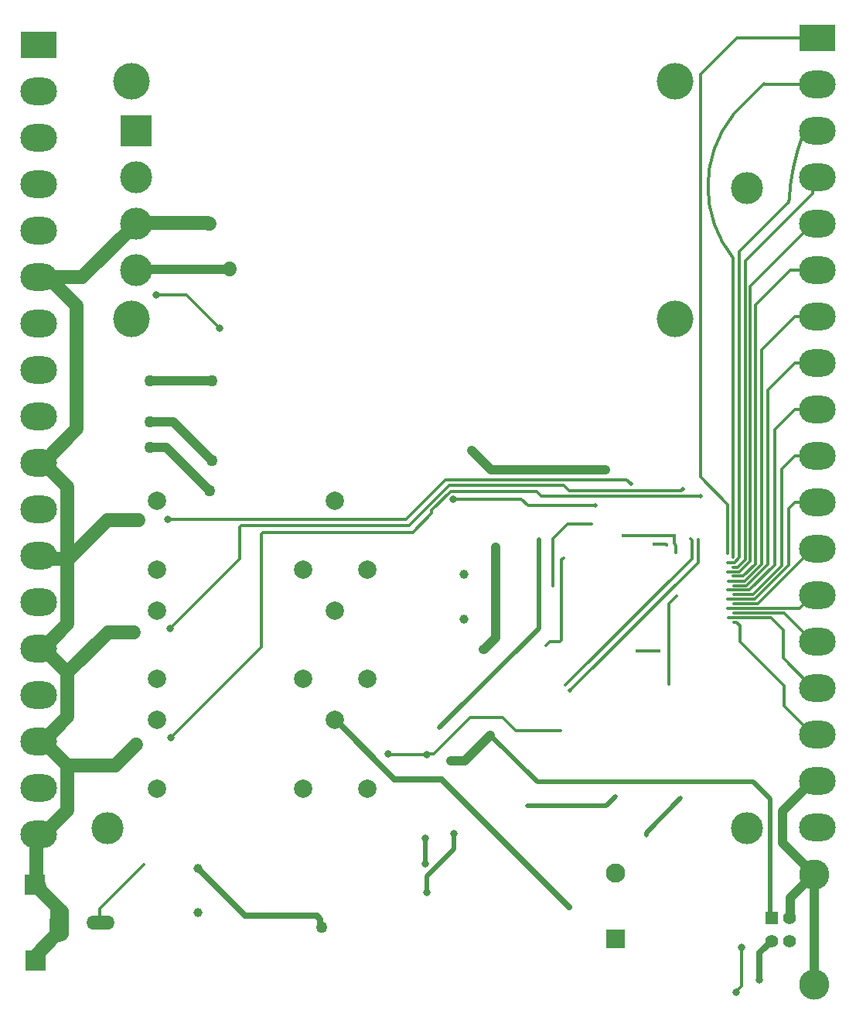
<source format=gbl>
G04*
G04 #@! TF.GenerationSoftware,Altium Limited,Altium Designer,22.9.1 (49)*
G04*
G04 Layer_Physical_Order=2*
G04 Layer_Color=16711680*
%FSLAX44Y44*%
%MOMM*%
G71*
G04*
G04 #@! TF.SameCoordinates,3AF70149-3D4E-492E-B143-9ECFE05FD8F5*
G04*
G04*
G04 #@! TF.FilePolarity,Positive*
G04*
G01*
G75*
%ADD15C,0.5000*%
%ADD30C,3.5000*%
%ADD63C,0.3000*%
%ADD65C,1.0000*%
%ADD66C,0.7000*%
%ADD69C,1.5000*%
%ADD72R,2.2000X2.2000*%
%ADD73O,3.1000X1.5500*%
%ADD74O,2.1000X4.2000*%
%ADD75C,3.3160*%
%ADD76C,1.4080*%
%ADD77R,1.4080X1.4080*%
%ADD78R,3.5000X3.5000*%
%ADD79C,4.0000*%
%ADD80C,1.0070*%
%ADD81O,4.0000X3.0000*%
%ADD82R,4.0000X3.0000*%
%ADD83R,2.1000X2.1000*%
%ADD84C,2.1000*%
%ADD85C,2.0000*%
%ADD86C,0.3000*%
%ADD87C,0.4000*%
%ADD88C,0.8000*%
%ADD89C,0.5000*%
%ADD90C,1.2700*%
D15*
X807000Y239000D02*
X824000Y222000D01*
Y93524D02*
X825768Y91756D01*
X824000Y93524D02*
Y222000D01*
X774268Y240506D02*
X805494D01*
X569018D02*
X774268D01*
X805494D02*
X807000Y239000D01*
X518018Y291506D02*
X569018Y240506D01*
X645018Y214256D02*
X655268Y224506D01*
X558268Y214256D02*
X645018D01*
X461768Y299756D02*
X570768Y408756D01*
Y505506D01*
X688768Y182256D02*
Y185256D01*
X726268Y222756D01*
X478268Y167037D02*
Y183756D01*
X448518Y119756D02*
Y137287D01*
X478268Y167037D01*
X446768Y151256D02*
Y178756D01*
D30*
X129768Y851656D02*
D03*
Y800856D02*
D03*
Y902456D02*
D03*
X799000Y890000D02*
D03*
X798906Y189614D02*
D03*
X99000Y190000D02*
D03*
D63*
X859768Y947492D02*
G03*
X845004Y877434I219570J-82856D01*
G01*
X859923Y947853D02*
G03*
X859768Y947492I4136J-1993D01*
G01*
X844855Y876657D02*
G03*
X845004Y877434I-2846J950D01*
G01*
X844850Y876643D02*
G03*
X843995Y873696I32285J-10960D01*
G01*
X783750Y970238D02*
G03*
X756057Y891894I96908J-78321D01*
G01*
D02*
G03*
X783750Y813643I124468J23D01*
G01*
X871946Y951883D02*
Y953006D01*
X859923Y947853D02*
X860350Y948280D01*
X859923Y947853D02*
X859923Y947853D01*
X845004Y877434D02*
X845004Y877434D01*
X844850Y876645D02*
X844855Y876657D01*
X844850Y876643D02*
X844850Y876645D01*
X790750Y820451D02*
X843995Y873696D01*
X871946Y953006D02*
X876018D01*
X860910Y948840D02*
X871946Y951883D01*
X860350Y948280D02*
X860910Y948840D01*
X790750Y486250D02*
Y820451D01*
X870463Y884463D02*
Y896651D01*
X796750Y483750D02*
Y810750D01*
X870463Y896651D02*
X876018Y902206D01*
X796750Y810750D02*
X870463Y884463D01*
X783750Y813643D02*
X783750Y812589D01*
Y970238D02*
X817768Y1004256D01*
X783750Y486750D02*
Y812589D01*
X748000Y574000D02*
X778018Y543982D01*
X748000Y1014488D02*
X788118Y1054606D01*
X748000Y574000D02*
Y1014488D01*
X778018Y490617D02*
Y543982D01*
X90268Y91756D02*
Y102268D01*
X138000Y150000D01*
X784750Y425500D02*
X784767Y425517D01*
X839707D01*
X875968Y394256D02*
X876018Y394206D01*
X784500Y435317D02*
X810530D01*
X874368Y294256D02*
X876018Y292606D01*
X784750Y415606D02*
X787180D01*
X784917Y480417D02*
X790750Y486250D01*
X777692Y480417D02*
X784917D01*
X784000Y475417D02*
X788417D01*
X796750Y483750D01*
X784000Y465617D02*
X794617D01*
X784250Y455400D02*
X798259D01*
X821750Y478891D01*
X801750Y450500D02*
X829500Y478250D01*
X805320Y445500D02*
X836750Y476930D01*
X778024Y450500D02*
X801750D01*
X778018Y450506D02*
X778024Y450500D01*
X784250Y445500D02*
X805320D01*
X810530Y435317D02*
X871018Y495806D01*
X807256Y440506D02*
X844500Y477750D01*
X777768Y440506D02*
X807256D01*
X779006Y420506D02*
X824994D01*
X778750Y420417D02*
X778917D01*
X779006Y420506D01*
X791268Y394232D02*
Y411518D01*
X787180Y415606D02*
X791268Y411518D01*
X790447Y470517D02*
X802350Y482420D01*
Y782738D01*
X777883Y470617D02*
X777983Y470517D01*
X794617Y465617D02*
X807750Y478750D01*
X777983Y470517D02*
X790447D01*
X777750Y470617D02*
X777883D01*
X738518Y485006D02*
Y504982D01*
X737000Y506500D02*
X738518Y504982D01*
X745250Y480488D02*
Y505417D01*
X605268Y340506D02*
X745250Y480488D01*
X814750Y713037D02*
X851518Y749806D01*
X814750Y478820D02*
Y713037D01*
X802350Y782738D02*
X871018Y851406D01*
X796230Y460300D02*
X814750Y478820D01*
X807750Y762000D02*
X846356Y800606D01*
X807750Y478750D02*
Y762000D01*
X846356Y800606D02*
X876018D01*
X448975Y271213D02*
X455963D01*
X448018Y270256D02*
X448975Y271213D01*
X496000Y311250D02*
X531250D01*
X455963Y271213D02*
X496000Y311250D01*
X531250D02*
X545750Y296750D01*
X594750D01*
X710729Y499750D02*
X711000D01*
X709855Y500625D02*
X710729Y499750D01*
X697771Y500625D02*
X709855D01*
X663518Y510006D02*
X663643Y509881D01*
X718893D02*
X719018Y509756D01*
X663643Y509881D02*
X718893D01*
X728227Y560756D02*
X728768D01*
X726721Y559250D02*
X728227Y560756D01*
X598393Y565006D02*
X604149Y559250D01*
X726721D01*
X574018Y553256D02*
X747715D01*
X453768Y538006D02*
X474268Y558506D01*
X568768D02*
X574018Y553256D01*
X747715D02*
X747952Y553019D01*
X474268Y558506D02*
X568768D01*
X792768Y17253D02*
Y59256D01*
X787250Y10750D02*
Y11734D01*
X792768Y17253D01*
X817768Y1004256D02*
X818218Y1003806D01*
X876018D01*
X839750Y323874D02*
X871018Y292606D01*
X876018D01*
X839750Y323874D02*
Y345750D01*
X791268Y394232D02*
X839750Y345750D01*
X871018Y343406D02*
X876018D01*
X838500Y375924D02*
X871018Y343406D01*
X838500Y375924D02*
Y407000D01*
X824994Y420506D02*
X838500Y407000D01*
X821750Y478891D02*
Y669238D01*
X851518Y699006D01*
X829500Y626188D02*
X851518Y648206D01*
X829500Y478250D02*
Y626188D01*
X836750Y582637D02*
X851518Y597406D01*
X836750Y476930D02*
Y582637D01*
X778941Y460300D02*
X796230D01*
X844500Y477750D02*
Y539588D01*
X851518Y546606D01*
X839707Y425517D02*
X871018Y394206D01*
X856430Y430417D02*
X871018Y445006D01*
X778000Y430417D02*
X856430D01*
X778735Y460506D02*
X778941Y460300D01*
X778268Y460506D02*
X778735D01*
X851518Y546606D02*
X876018D01*
X851518Y749806D02*
X876018D01*
X851518Y597406D02*
X876018D01*
X871018Y495806D02*
X876018D01*
X871018Y851406D02*
X876018D01*
X851518Y699006D02*
X876018D01*
X851518Y648206D02*
X876018D01*
X871018Y394206D02*
X876018D01*
X871018Y445006D02*
X876018D01*
X788118Y1054606D02*
X876018D01*
X875168Y344256D02*
X876018Y343406D01*
X875768Y445256D02*
X876018Y445006D01*
X152018Y773506D02*
X184768D01*
X221268Y737006D01*
X595768Y483506D02*
X597768Y485506D01*
X595768Y395763D02*
Y483506D01*
X594011Y394006D02*
X595768Y395763D01*
X583018Y394006D02*
X594011D01*
X579018Y390006D02*
X583018Y394006D01*
X586518Y507006D02*
X602518Y523006D01*
X628518D01*
X586518Y455256D02*
Y507006D01*
X721268Y491506D02*
Y499371D01*
X719018Y501621D02*
X721268Y499371D01*
X719018Y501621D02*
Y509756D01*
X713268Y435293D02*
X721687Y443712D01*
X713268Y347506D02*
Y435293D01*
X600268Y346756D02*
X738518Y485006D01*
X702143Y383631D02*
X702268Y383756D01*
X678893Y383631D02*
X702143D01*
X678768Y383506D02*
X678893Y383631D01*
X551893Y549881D02*
X559018Y542756D01*
X633268D01*
X453768Y534256D02*
Y538006D01*
X433268Y513756D02*
X453768Y534256D01*
X472518Y565006D02*
X598393D01*
X428518Y521006D02*
X472518Y565006D01*
X667018Y571256D02*
X671768Y566506D01*
X469018Y571256D02*
X667018D01*
X425768Y528006D02*
X469018Y571256D01*
X244776Y521006D02*
X428518D01*
X164768Y528006D02*
X425768D01*
X267268Y511999D02*
X269025Y513756D01*
X433268D01*
X267268Y387756D02*
Y511999D01*
X168268Y288756D02*
X267268Y387756D01*
X243018Y484506D02*
Y519249D01*
X244776Y521006D01*
X167018Y408506D02*
X243018Y484506D01*
X405768Y271006D02*
X406143Y270631D01*
X447643D01*
X448018Y270256D01*
X477643Y549881D02*
X551893D01*
X477268Y549506D02*
X477643Y549881D01*
D65*
X837768Y208556D02*
X871018Y241806D01*
X837768Y174256D02*
Y208556D01*
X871018Y241806D02*
X876018D01*
X846549Y113659D02*
X872768Y139878D01*
X837768Y174256D02*
X872457Y139567D01*
X872768Y139456D02*
Y139878D01*
X846549Y92178D02*
Y113659D01*
X872768Y19478D02*
Y139456D01*
X872457Y139567D02*
X872568Y139456D01*
X872768D01*
X474768Y263256D02*
X489768D01*
X518018Y291506D01*
X510268Y385256D02*
X511268D01*
X524018Y398006D01*
Y497506D01*
X497268Y603506D02*
X518518Y582256D01*
X644018D01*
X130268Y801706D02*
X232718D01*
X145785Y606239D02*
X163285D01*
X210268Y559256D01*
X145268Y606756D02*
X145785Y606239D01*
X145268Y634256D02*
X170268D01*
X212768Y591756D01*
X145268Y679256D02*
X212768D01*
D66*
X812768Y53756D02*
X825768Y66756D01*
X812768Y24256D02*
Y53756D01*
X347768Y308256D02*
X348268D01*
X413018Y243506D01*
X464518D01*
X604018Y104006D01*
X327768Y94256D02*
X331678Y90347D01*
Y82847D02*
X332768Y81756D01*
X331678Y82847D02*
Y90347D01*
X249668Y94256D02*
X327768D01*
X197768Y146156D02*
X249668Y94256D01*
D69*
X65000Y626488D02*
Y761636D01*
X33680Y792956D02*
X71068D01*
X23268D02*
X33680D01*
X65000Y761636D01*
X28268Y589756D02*
X65000Y626488D01*
X23268Y589756D02*
X28268D01*
X55000Y563024D01*
Y483142D02*
Y563024D01*
Y483142D02*
X98614Y526756D01*
X132768D01*
X27095Y484329D02*
X53813D01*
X55000Y483142D01*
Y413288D02*
Y483142D01*
X23268Y488156D02*
X27095Y484329D01*
X28268Y386556D02*
X55000Y413288D01*
Y359824D02*
X99432Y404256D01*
X127768D01*
X55000Y311688D02*
Y359824D01*
X23268Y386556D02*
X28268D01*
X55000Y359824D01*
X28268Y284956D02*
X55000Y311688D01*
X107486Y258974D02*
X130268Y281756D01*
X54250Y258974D02*
X107486D01*
X28268Y284956D02*
X54250Y258974D01*
X23268Y284956D02*
X28268D01*
X23268Y183356D02*
X28268D01*
X54250Y209338D01*
Y258974D01*
X20768Y180856D02*
X23268Y183356D01*
X18268Y132756D02*
X20768Y135256D01*
Y180856D01*
X24268Y123256D02*
X45268Y102256D01*
X18268Y132756D02*
X24268Y126756D01*
X45268Y91756D02*
Y102256D01*
X24268Y123256D02*
Y126756D01*
X43163Y89651D02*
X45268Y91756D01*
X19268Y49756D02*
X43163Y73651D01*
Y89651D01*
X71068Y792956D02*
X129768Y851656D01*
X209287Y851256D02*
X210018D01*
X208162Y852381D02*
X209287Y851256D01*
X130393Y852381D02*
X208162D01*
X232718Y801706D02*
X232768Y801756D01*
D72*
X19000Y128000D02*
D03*
X20000Y45000D02*
D03*
D73*
X91000Y87000D02*
D03*
D74*
X46000D02*
D03*
D75*
X872768Y139456D02*
D03*
Y19056D02*
D03*
D76*
X845768Y91756D02*
D03*
Y66756D02*
D03*
X825768D02*
D03*
D77*
Y91756D02*
D03*
D78*
X129768Y953256D02*
D03*
D79*
X719768Y747056D02*
D03*
Y1007056D02*
D03*
X124768D02*
D03*
Y747056D02*
D03*
D80*
X489268Y467656D02*
D03*
Y418856D02*
D03*
X197768Y97356D02*
D03*
Y146156D02*
D03*
D81*
X876018Y191006D02*
D03*
Y1003806D02*
D03*
Y851406D02*
D03*
Y902206D02*
D03*
Y953006D02*
D03*
Y800606D02*
D03*
Y445006D02*
D03*
Y699006D02*
D03*
Y648206D02*
D03*
Y394206D02*
D03*
Y241806D02*
D03*
Y597406D02*
D03*
Y343406D02*
D03*
Y546606D02*
D03*
Y749806D02*
D03*
Y292606D02*
D03*
Y495806D02*
D03*
X23268Y488156D02*
D03*
Y284956D02*
D03*
Y742156D02*
D03*
Y538956D02*
D03*
Y335756D02*
D03*
Y589756D02*
D03*
Y234156D02*
D03*
Y386556D02*
D03*
Y640556D02*
D03*
Y691356D02*
D03*
Y437356D02*
D03*
Y792956D02*
D03*
Y945356D02*
D03*
Y894556D02*
D03*
Y843756D02*
D03*
Y996156D02*
D03*
Y183356D02*
D03*
D82*
X876018Y1054606D02*
D03*
X23268Y1046956D02*
D03*
D83*
X655000Y69000D02*
D03*
D84*
Y141000D02*
D03*
D85*
X152768Y233256D02*
D03*
X347768Y308256D02*
D03*
X312768Y233256D02*
D03*
X382768D02*
D03*
X152768Y308256D02*
D03*
Y353256D02*
D03*
X347768Y428256D02*
D03*
X312768Y353256D02*
D03*
X382768D02*
D03*
X152768Y428256D02*
D03*
Y472756D02*
D03*
X347768Y547756D02*
D03*
X312768Y472756D02*
D03*
X382768D02*
D03*
X152768Y547756D02*
D03*
D86*
X860350Y948280D02*
D03*
X778018Y490617D02*
D03*
X766100Y240506D02*
D03*
X138000Y150000D02*
D03*
X783750Y486750D02*
D03*
X807000Y239000D02*
D03*
X784750Y425500D02*
D03*
X784500Y435317D02*
D03*
X784750Y415606D02*
D03*
X784000Y475417D02*
D03*
Y465617D02*
D03*
X784250Y455400D02*
D03*
Y445500D02*
D03*
X778750Y420417D02*
D03*
X737000Y506500D02*
D03*
X745250Y505417D02*
D03*
X594750Y296750D02*
D03*
X778000Y430417D02*
D03*
X777750Y470617D02*
D03*
X777692Y480417D02*
D03*
X604018Y104006D02*
D03*
X655268Y224506D02*
D03*
X558268Y214256D02*
D03*
X597768Y485506D02*
D03*
X579018Y390006D02*
D03*
X570768Y505506D02*
D03*
X461768Y299756D02*
D03*
X586518Y455256D02*
D03*
X721268Y491506D02*
D03*
X721687Y443712D02*
D03*
X713268Y347506D02*
D03*
X600268Y346756D02*
D03*
X777768Y440506D02*
D03*
X778018Y450506D02*
D03*
X778268Y460506D02*
D03*
D87*
X697500Y500625D02*
D03*
X711000Y499750D02*
D03*
X678768Y383506D02*
D03*
X702268Y383756D02*
D03*
X644018Y582256D02*
D03*
X497268Y603506D02*
D03*
X663518Y510006D02*
D03*
X719018Y509756D02*
D03*
D88*
X787250Y10750D02*
D03*
X812768Y24256D02*
D03*
X792768Y59256D02*
D03*
X152018Y773506D02*
D03*
X168268Y288756D02*
D03*
X167018Y408506D02*
D03*
X164768Y528006D02*
D03*
X448018Y270256D02*
D03*
X405768Y271006D02*
D03*
X221268Y737006D02*
D03*
X477268Y549506D02*
D03*
X478268Y183756D02*
D03*
X446768Y151256D02*
D03*
X448518Y119756D02*
D03*
X446768Y178756D02*
D03*
D89*
X605268Y340506D02*
D03*
X726268Y222756D02*
D03*
X688768Y182256D02*
D03*
X474768Y263256D02*
D03*
X518018Y291506D02*
D03*
X510268Y385256D02*
D03*
X524018Y497506D02*
D03*
X633268Y542756D02*
D03*
X747952Y553019D02*
D03*
X728768Y560756D02*
D03*
X671768Y566506D02*
D03*
D90*
X210018Y851256D02*
D03*
X232768Y801756D02*
D03*
X145268Y606756D02*
D03*
X210268Y559256D02*
D03*
X145268Y634256D02*
D03*
X212768Y591756D02*
D03*
Y679256D02*
D03*
X145268D02*
D03*
X132768Y526756D02*
D03*
X127768Y404256D02*
D03*
X130268Y281756D02*
D03*
X332768Y81756D02*
D03*
M02*

</source>
